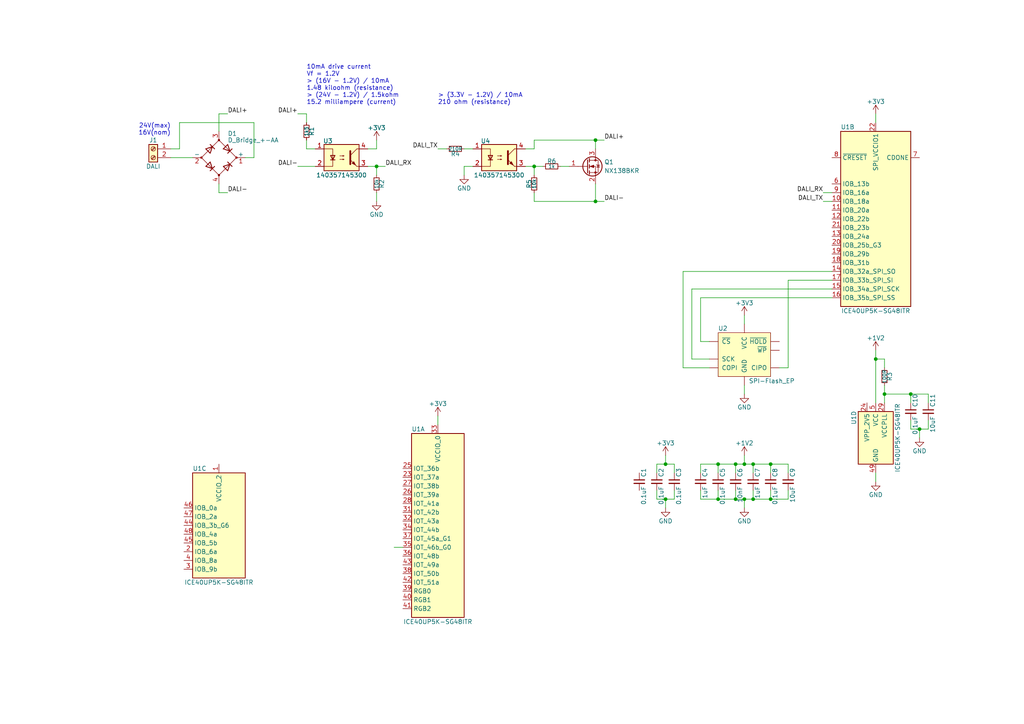
<source format=kicad_sch>
(kicad_sch (version 20210621) (generator eeschema)
  (paper "A4")
  (lib_symbols
    (symbol "Connector:Screw_Terminal_01x02" (pin_names (offset 1.016) hide)
      (property "Reference" "J" (at 0 2.54 0))
      (property "Value" "Screw_Terminal_01x02" (at 0 -5.08 0))
      (symbol "Screw_Terminal_01x02_1_1"
        (circle (center 0 -2.54) (radius 0.635) (stroke (width 0.1524)))
        (circle (center 0 0) (radius 0.635) (stroke (width 0.1524)))
        (rectangle (start -1.27 1.27) (end 1.27 -3.81) (stroke (width 0.254)) (fill (type background)))
        (polyline (pts (xy -0.5334 -2.2098) (xy 0.3302 -3.048)) (stroke (width 0.1524)))
        (polyline (pts (xy -0.5334 0.3302) (xy 0.3302 -0.508)) (stroke (width 0.1524)))
        (polyline (pts (xy -0.3556 -2.032) (xy 0.508 -2.8702)) (stroke (width 0.1524)))
        (polyline (pts (xy -0.3556 0.508) (xy 0.508 -0.3302)) (stroke (width 0.1524)))
        (pin passive line (at -5.08 0 0) (length 3.81) (name "Pin_1") (number "1"))
        (pin passive line (at -5.08 -2.54 0) (length 3.81) (name "Pin_2") (number "2"))
      )
    )
    (symbol "DX_MON:SPI-Flash_EP" (pin_numbers hide) (pin_names (offset 1.016))
      (property "Reference" "U" (at -7.62 6.35 0))
      (property "Value" "SPI-Flash_EP" (at 1.27 -8.89 0))
      (symbol "SPI-Flash_EP_0_1"
        (rectangle (start -7.62 5.08) (end 7.62 -7.62) (fill (type background)))
      )
      (symbol "SPI-Flash_EP_1_1"
        (pin input line (at -10.16 2.54 0) (length 2.54) (name "~{CS}") (number "1"))
        (pin tri_state line (at 10.16 -5.08 180) (length 2.54) (name "CIPO") (number "2"))
        (pin input line (at 10.16 0 180) (length 2.54) (name "~{WP}") (number "3"))
        (pin passive line (at 0 -10.16 90) (length 2.54) (name "GND") (number "4"))
        (pin input line (at -10.16 -5.08 0) (length 2.54) (name "COPI") (number "5"))
        (pin input line (at -10.16 -2.54 0) (length 2.54) (name "SCK") (number "6"))
        (pin input line (at 10.16 2.54 180) (length 2.54) (name "~{HOLD}") (number "7"))
        (pin power_in line (at 0 7.62 270) (length 2.54) (name "VCC") (number "8"))
        (pin input line (at 0 -10.16 90) (length 2.54) hide (name "GND") (number "9"))
      )
    )
    (symbol "Device:C_Small" (pin_numbers hide) (pin_names (offset 0.254) hide)
      (property "Reference" "C" (at 0.254 1.778 0))
      (property "Value" "C_Small" (at 0.254 -2.032 0))
      (symbol "C_Small_0_1"
        (polyline (pts (xy -1.524 -0.508) (xy 1.524 -0.508)) (stroke (width 0.3302)))
        (polyline (pts (xy -1.524 0.508) (xy 1.524 0.508)) (stroke (width 0.3048)))
      )
      (symbol "C_Small_1_1"
        (pin passive line (at 0 2.54 270) (length 2.032) (name "~") (number "1"))
        (pin passive line (at 0 -2.54 90) (length 2.032) (name "~") (number "2"))
      )
    )
    (symbol "Device:D_Bridge_+-AA" (pin_names (offset 0))
      (property "Reference" "D" (at 2.54 6.985 0))
      (property "Value" "D_Bridge_+-AA" (at 2.54 5.08 0))
      (symbol "D_Bridge_+-AA_0_1"
        (circle (center -5.08 0) (radius 0.254) (fill (type outline)))
        (circle (center 0 -5.08) (radius 0.254) (fill (type outline)))
        (circle (center 0 5.08) (radius 0.254) (fill (type outline)))
        (circle (center 5.08 0) (radius 0.254) (fill (type outline)))
        (polyline (pts (xy -2.54 3.81) (xy -1.27 2.54)) (stroke (width 0.254)))
        (polyline (pts (xy -1.27 -2.54) (xy -2.54 -3.81)) (stroke (width 0.254)))
        (polyline (pts (xy 2.54 -1.27) (xy 3.81 -2.54)) (stroke (width 0.254)))
        (polyline (pts (xy 2.54 1.27) (xy 3.81 2.54)) (stroke (width 0.254)))
        (polyline (pts (xy -3.81 2.54) (xy -2.54 1.27) (xy -1.905 3.175) (xy -3.81 2.54)) (stroke (width 0.254)))
        (polyline (pts (xy -2.54 -1.27) (xy -3.81 -2.54) (xy -1.905 -3.175) (xy -2.54 -1.27)) (stroke (width 0.254)))
        (polyline (pts (xy 1.27 2.54) (xy 2.54 3.81) (xy 3.175 1.905) (xy 1.27 2.54)) (stroke (width 0.254)))
        (polyline (pts (xy 3.175 -1.905) (xy 1.27 -2.54) (xy 2.54 -3.81) (xy 3.175 -1.905)) (stroke (width 0.254)))
        (polyline (pts (xy -5.08 0) (xy 0 -5.08) (xy 5.08 0) (xy 0 5.08) (xy -5.08 0)))
      )
      (symbol "D_Bridge_+-AA_1_1"
        (pin passive line (at 7.62 0 180) (length 2.54) (name "+") (number "1"))
        (pin passive line (at -7.62 0 0) (length 2.54) (name "-") (number "2"))
        (pin passive line (at 0 7.62 270) (length 2.54) (name "~") (number "3"))
        (pin passive line (at 0 -7.62 90) (length 2.54) (name "~") (number "4"))
      )
    )
    (symbol "Device:Q_NMOS_GSD" (pin_names (offset 0) hide)
      (property "Reference" "Q" (at 5.08 1.27 0))
      (property "Value" "Q_NMOS_GSD" (at 5.08 -1.27 0))
      (symbol "Q_NMOS_GSD_0_1"
        (circle (center 1.651 0) (radius 2.794) (stroke (width 0.254)))
        (circle (center 2.54 -1.778) (radius 0.254) (fill (type outline)))
        (circle (center 2.54 1.778) (radius 0.254) (fill (type outline)))
        (polyline (pts (xy 0.254 0) (xy -2.54 0)))
        (polyline (pts (xy 0.254 1.905) (xy 0.254 -1.905)) (stroke (width 0.254)))
        (polyline (pts (xy 0.762 -1.27) (xy 0.762 -2.286)) (stroke (width 0.254)))
        (polyline (pts (xy 0.762 0.508) (xy 0.762 -0.508)) (stroke (width 0.254)))
        (polyline (pts (xy 0.762 2.286) (xy 0.762 1.27)) (stroke (width 0.254)))
        (polyline (pts (xy 2.54 2.54) (xy 2.54 1.778)))
        (polyline (pts (xy 2.54 -2.54) (xy 2.54 0) (xy 0.762 0)))
        (polyline (pts (xy 0.762 -1.778) (xy 3.302 -1.778) (xy 3.302 1.778) (xy 0.762 1.778)))
        (polyline (pts (xy 2.794 0.508) (xy 2.921 0.381) (xy 3.683 0.381) (xy 3.81 0.254)))
        (polyline (pts (xy 3.302 0.381) (xy 2.921 -0.254) (xy 3.683 -0.254) (xy 3.302 0.381)))
        (polyline (pts (xy 1.016 0) (xy 2.032 0.381) (xy 2.032 -0.381) (xy 1.016 0)) (fill (type outline)))
      )
      (symbol "Q_NMOS_GSD_1_1"
        (pin input line (at -5.08 0 0) (length 2.54) (name "G") (number "1"))
        (pin passive line (at 2.54 -5.08 90) (length 2.54) (name "S") (number "2"))
        (pin passive line (at 2.54 5.08 270) (length 2.54) (name "D") (number "3"))
      )
    )
    (symbol "Device:R_Small" (pin_numbers hide) (pin_names (offset 0.254) hide)
      (property "Reference" "R" (at 0.762 0.508 0))
      (property "Value" "R_Small" (at 0.762 -1.016 0))
      (symbol "R_Small_0_1"
        (rectangle (start -0.762 1.778) (end 0.762 -1.778) (stroke (width 0.2032)))
      )
      (symbol "R_Small_1_1"
        (pin passive line (at 0 2.54 270) (length 0.762) (name "~") (number "1"))
        (pin passive line (at 0 -2.54 90) (length 0.762) (name "~") (number "2"))
      )
    )
    (symbol "FPGA_Lattice:ICE40UP5K-SG48ITR"
      (property "Reference" "U" (at -8.89 -29.21 0))
      (property "Value" "ICE40UP5K-SG48ITR" (at 0 -31.75 0))
      (symbol "ICE40UP5K-SG48ITR_1_1"
        (rectangle (start -7.62 25.4) (end 7.62 -27.94) (stroke (width 0.254)) (fill (type background)))
        (pin bidirectional line (at -10.16 12.7 0) (length 2.54) (name "IOT_37a") (number "23"))
        (pin bidirectional line (at -10.16 15.24 0) (length 2.54) (name "IOT_36b") (number "25"))
        (pin bidirectional line (at -10.16 7.62 0) (length 2.54) (name "IOT_39a") (number "26"))
        (pin bidirectional line (at -10.16 10.16 0) (length 2.54) (name "IOT_38b") (number "27"))
        (pin bidirectional line (at -10.16 5.08 0) (length 2.54) (name "IOT_41a") (number "28"))
        (pin bidirectional line (at -10.16 2.54 0) (length 2.54) (name "IOT_42b") (number "31"))
        (pin bidirectional line (at -10.16 0 0) (length 2.54) (name "IOT_43a") (number "32"))
        (pin power_in line (at 0 27.94 270) (length 2.54) (name "VCCIO_0") (number "33"))
        (pin bidirectional line (at -10.16 -2.54 0) (length 2.54) (name "IOT_44b") (number "34"))
        (pin bidirectional line (at -10.16 -7.62 0) (length 2.54) (name "IOT_46b_G0") (number "35"))
        (pin bidirectional line (at -10.16 -10.16 0) (length 2.54) (name "IOT_48b") (number "36"))
        (pin bidirectional line (at -10.16 -5.08 0) (length 2.54) (name "IOT_45a_G1") (number "37"))
        (pin bidirectional line (at -10.16 -15.24 0) (length 2.54) (name "IOT_50b") (number "38"))
        (pin open_collector line (at -10.16 -20.32 0) (length 2.54) (name "RGB0") (number "39"))
        (pin open_collector line (at -10.16 -22.86 0) (length 2.54) (name "RGB1") (number "40"))
        (pin open_collector line (at -10.16 -25.4 0) (length 2.54) (name "RGB2") (number "41"))
        (pin bidirectional line (at -10.16 -17.78 0) (length 2.54) (name "IOT_51a") (number "42"))
        (pin bidirectional line (at -10.16 -12.7 0) (length 2.54) (name "IOT_49a") (number "43"))
      )
      (symbol "ICE40UP5K-SG48ITR_2_1"
        (rectangle (start -10.16 25.4) (end 10.16 -25.4) (stroke (width 0.254)) (fill (type background)))
        (pin bidirectional line (at -12.7 5.08 0) (length 2.54) (name "IOB_18a") (number "10"))
        (pin bidirectional line (at -12.7 2.54 0) (length 2.54) (name "IOB_20a") (number "11"))
        (pin bidirectional line (at -12.7 0 0) (length 2.54) (name "IOB_22b") (number "12"))
        (pin bidirectional line (at -12.7 -5.08 0) (length 2.54) (name "IOB_24a") (number "13"))
        (pin bidirectional line (at -12.7 -15.24 0) (length 2.54) (name "IOB_32a_SPI_SO") (number "14"))
        (pin bidirectional line (at -12.7 -20.32 0) (length 2.54) (name "IOB_34a_SPI_SCK") (number "15"))
        (pin bidirectional line (at -12.7 -22.86 0) (length 2.54) (name "IOB_35b_SPI_SS") (number "16"))
        (pin bidirectional line (at -12.7 -17.78 0) (length 2.54) (name "IOB_33b_SPI_SI") (number "17"))
        (pin bidirectional line (at -12.7 -12.7 0) (length 2.54) (name "IOB_31b") (number "18"))
        (pin bidirectional line (at -12.7 -10.16 0) (length 2.54) (name "IOB_29b") (number "19"))
        (pin bidirectional line (at -12.7 -7.62 0) (length 2.54) (name "IOB_25b_G3") (number "20"))
        (pin bidirectional line (at -12.7 -2.54 0) (length 2.54) (name "IOB_23b") (number "21"))
        (pin power_in line (at 0 27.94 270) (length 2.54) (name "SPI_VCCIO1") (number "22"))
        (pin bidirectional line (at -12.7 10.16 0) (length 2.54) (name "IOB_13b") (number "6"))
        (pin open_collector line (at 12.7 17.78 180) (length 2.54) (name "CDONE") (number "7"))
        (pin input line (at -12.7 17.78 0) (length 2.54) (name "~{CRESET}") (number "8"))
        (pin bidirectional line (at -12.7 7.62 0) (length 2.54) (name "IOB_16a") (number "9"))
      )
      (symbol "ICE40UP5K-SG48ITR_3_1"
        (rectangle (start -7.62 15.24) (end 7.62 -15.24) (stroke (width 0.254)) (fill (type background)))
        (pin power_in line (at 0 17.78 270) (length 2.54) (name "VCCIO_2") (number "1"))
        (pin bidirectional line (at -10.16 -7.62 0) (length 2.54) (name "IOB_6a") (number "2"))
        (pin bidirectional line (at -10.16 -12.7 0) (length 2.54) (name "IOB_9b") (number "3"))
        (pin bidirectional line (at -10.16 -10.16 0) (length 2.54) (name "IOB_8a") (number "4"))
        (pin bidirectional line (at -10.16 0 0) (length 2.54) (name "IOB_3b_G6") (number "44"))
        (pin bidirectional line (at -10.16 -5.08 0) (length 2.54) (name "IOB_5b") (number "45"))
        (pin bidirectional line (at -10.16 5.08 0) (length 2.54) (name "IOB_0a") (number "46"))
        (pin bidirectional line (at -10.16 2.54 0) (length 2.54) (name "IOB_2a") (number "47"))
        (pin bidirectional line (at -10.16 -2.54 0) (length 2.54) (name "IOB_4a") (number "48"))
      )
      (symbol "ICE40UP5K-SG48ITR_4_1"
        (rectangle (start -5.08 7.62) (end 5.08 -7.62) (stroke (width 0.254)) (fill (type background)))
        (pin power_in line (at -2.54 10.16 270) (length 2.54) (name "VPP_2V5") (number "24"))
        (pin power_out line (at 2.54 10.16 270) (length 2.54) (name "VCCPLL") (number "29"))
        (pin passive line (at 0 10.16 270) (length 2.54) hide (name "VCC") (number "30"))
        (pin power_in line (at 0 -10.16 90) (length 2.54) (name "GND") (number "49"))
        (pin power_in line (at 0 10.16 270) (length 2.54) (name "VCC") (number "5"))
      )
    )
    (symbol "Isolator:LTV-356T" (pin_names (offset 1.016))
      (property "Reference" "U" (at -5.334 4.826 0))
      (property "Value" "LTV-356T" (at 0 5.08 0))
      (symbol "LTV-356T_0_1"
        (rectangle (start -5.08 3.81) (end 5.08 -3.81) (stroke (width 0.254)) (fill (type background)))
        (polyline (pts (xy -3.175 -0.635) (xy -1.905 -0.635)) (stroke (width 0.254)))
        (polyline (pts (xy 2.54 0.635) (xy 4.445 2.54)))
        (polyline (pts (xy 4.445 -2.54) (xy 5.08 -2.54)))
        (polyline (pts (xy 4.445 2.54) (xy 5.08 2.54)))
        (polyline (pts (xy -5.08 2.54) (xy -2.54 2.54) (xy -2.54 -0.762)))
        (polyline (pts (xy -2.54 -0.635) (xy -2.54 -2.54) (xy -5.08 -2.54)))
        (polyline (pts (xy 2.54 1.905) (xy 2.54 -1.905) (xy 2.54 -1.905)) (stroke (width 0.508)))
        (polyline (pts (xy -2.54 -0.635) (xy -3.175 0.635) (xy -1.905 0.635) (xy -2.54 -0.635)) (stroke (width 0.254)))
        (polyline (pts (xy -0.508 -0.508) (xy 0.762 -0.508) (xy 0.381 -0.635) (xy 0.381 -0.381) (xy 0.762 -0.508)))
        (polyline (pts (xy -0.508 0.508) (xy 0.762 0.508) (xy 0.381 0.381) (xy 0.381 0.635) (xy 0.762 0.508)))
        (polyline (pts (xy 4.445 -2.54) (xy 2.54 -0.635)) (fill (type outline)))
        (polyline (pts (xy 3.048 -1.651) (xy 3.556 -1.143) (xy 4.064 -2.159) (xy 3.048 -1.651) (xy 3.048 -1.651)) (fill (type outline)))
      )
      (symbol "LTV-356T_1_1"
        (pin passive line (at -7.62 2.54 0) (length 2.54) (name "~") (number "1"))
        (pin passive line (at -7.62 -2.54 0) (length 2.54) (name "~") (number "2"))
        (pin passive line (at 7.62 -2.54 180) (length 2.54) (name "~") (number "3"))
        (pin passive line (at 7.62 2.54 180) (length 2.54) (name "~") (number "4"))
      )
    )
    (symbol "power:+1V2" (power) (pin_names (offset 0))
      (property "Value" "+1V2" (at 0 3.556 0))
      (symbol "+1V2_0_1"
        (polyline (pts (xy -0.762 1.27) (xy 0 2.54)))
        (polyline (pts (xy 0 0) (xy 0 2.54)))
        (polyline (pts (xy 0 2.54) (xy 0.762 1.27)))
      )
      (symbol "+1V2_1_1"
        (pin power_in line (at 0 0 90) (length 0) hide (name "+1V2") (number "1"))
      )
    )
    (symbol "power:+3V3" (power) (pin_names (offset 0))
      (property "Value" "+3V3" (at 0 3.556 0))
      (symbol "+3V3_0_1"
        (polyline (pts (xy -0.762 1.27) (xy 0 2.54)))
        (polyline (pts (xy 0 0) (xy 0 2.54)))
        (polyline (pts (xy 0 2.54) (xy 0.762 1.27)))
      )
      (symbol "+3V3_1_1"
        (pin power_in line (at 0 0 90) (length 0) hide (name "+3V3") (number "1"))
      )
    )
    (symbol "power:GND" (power) (pin_names (offset 0))
      (property "Value" "GND" (at 0 -3.81 0))
      (symbol "GND_0_1"
        (polyline (pts (xy 0 0) (xy 0 -1.27) (xy 1.27 -1.27) (xy 0 -2.54) (xy -1.27 -1.27) (xy 0 -1.27)))
      )
      (symbol "GND_1_1"
        (pin power_in line (at 0 0 270) (length 0) hide (name "GND") (number "1"))
      )
    )
  )
  (junction (at 109.22 48.26))
  (junction (at 154.94 48.26))
  (junction (at 172.72 40.64))
  (junction (at 172.72 58.42))
  (junction (at 193.04 134.62))
  (junction (at 193.04 144.78))
  (junction (at 208.28 134.62))
  (junction (at 208.28 144.78))
  (junction (at 213.36 134.62))
  (junction (at 213.36 144.78))
  (junction (at 215.9 134.62))
  (junction (at 215.9 144.78))
  (junction (at 218.44 134.62))
  (junction (at 218.44 144.78))
  (junction (at 223.52 134.62))
  (junction (at 223.52 144.78))
  (junction (at 254 104.14))
  (junction (at 256.54 114.3))
  (junction (at 264.16 114.3))
  (junction (at 266.7 124.46))
  (wire (pts (xy 49.53 45.72) (xy 55.88 45.72)))
  (wire (pts (xy 52.07 35.56) (xy 52.07 43.18)))
  (wire (pts (xy 52.07 43.18) (xy 49.53 43.18)))
  (wire (pts (xy 63.5 33.02) (xy 66.04 33.02)))
  (wire (pts (xy 63.5 38.1) (xy 63.5 33.02)))
  (wire (pts (xy 63.5 53.34) (xy 63.5 55.88)))
  (wire (pts (xy 63.5 55.88) (xy 66.04 55.88)))
  (wire (pts (xy 71.12 45.72) (xy 73.66 45.72)))
  (wire (pts (xy 73.66 35.56) (xy 52.07 35.56)))
  (wire (pts (xy 73.66 45.72) (xy 73.66 35.56)))
  (wire (pts (xy 86.36 33.02) (xy 88.9 33.02)))
  (wire (pts (xy 86.36 48.26) (xy 91.44 48.26)))
  (wire (pts (xy 88.9 35.56) (xy 88.9 33.02)))
  (wire (pts (xy 88.9 40.64) (xy 88.9 43.18)))
  (wire (pts (xy 88.9 43.18) (xy 91.44 43.18)))
  (wire (pts (xy 106.68 43.18) (xy 109.22 43.18)))
  (wire (pts (xy 106.68 48.26) (xy 109.22 48.26)))
  (wire (pts (xy 109.22 40.64) (xy 109.22 43.18)))
  (wire (pts (xy 109.22 48.26) (xy 111.76 48.26)))
  (wire (pts (xy 109.22 50.8) (xy 109.22 48.26)))
  (wire (pts (xy 109.22 55.88) (xy 109.22 58.42)))
  (wire (pts (xy 114.3 158.75) (xy 116.84 158.75)))
  (wire (pts (xy 127 120.65) (xy 127 123.19)))
  (wire (pts (xy 129.54 43.18) (xy 127 43.18)))
  (wire (pts (xy 134.62 48.26) (xy 134.62 50.8)))
  (wire (pts (xy 137.16 43.18) (xy 134.62 43.18)))
  (wire (pts (xy 137.16 48.26) (xy 134.62 48.26)))
  (wire (pts (xy 152.4 48.26) (xy 154.94 48.26)))
  (wire (pts (xy 154.94 40.64) (xy 154.94 43.18)))
  (wire (pts (xy 154.94 40.64) (xy 172.72 40.64)))
  (wire (pts (xy 154.94 43.18) (xy 152.4 43.18)))
  (wire (pts (xy 154.94 50.8) (xy 154.94 48.26)))
  (wire (pts (xy 154.94 55.88) (xy 154.94 58.42)))
  (wire (pts (xy 154.94 58.42) (xy 172.72 58.42)))
  (wire (pts (xy 157.48 48.26) (xy 154.94 48.26)))
  (wire (pts (xy 162.56 48.26) (xy 165.1 48.26)))
  (wire (pts (xy 172.72 40.64) (xy 175.26 40.64)))
  (wire (pts (xy 172.72 43.18) (xy 172.72 40.64)))
  (wire (pts (xy 172.72 53.34) (xy 172.72 58.42)))
  (wire (pts (xy 172.72 58.42) (xy 175.26 58.42)))
  (wire (pts (xy 190.5 134.62) (xy 193.04 134.62)))
  (wire (pts (xy 190.5 137.16) (xy 190.5 134.62)))
  (wire (pts (xy 190.5 144.78) (xy 190.5 142.24)))
  (wire (pts (xy 190.5 144.78) (xy 193.04 144.78)))
  (wire (pts (xy 193.04 132.08) (xy 193.04 134.62)))
  (wire (pts (xy 193.04 134.62) (xy 195.58 134.62)))
  (wire (pts (xy 193.04 147.32) (xy 193.04 144.78)))
  (wire (pts (xy 195.58 134.62) (xy 195.58 137.16)))
  (wire (pts (xy 195.58 142.24) (xy 195.58 144.78)))
  (wire (pts (xy 195.58 144.78) (xy 193.04 144.78)))
  (wire (pts (xy 198.12 78.74) (xy 198.12 106.68)))
  (wire (pts (xy 198.12 78.74) (xy 241.3 78.74)))
  (wire (pts (xy 200.66 83.82) (xy 200.66 104.14)))
  (wire (pts (xy 200.66 83.82) (xy 241.3 83.82)))
  (wire (pts (xy 200.66 104.14) (xy 205.74 104.14)))
  (wire (pts (xy 203.2 86.36) (xy 241.3 86.36)))
  (wire (pts (xy 203.2 99.06) (xy 203.2 86.36)))
  (wire (pts (xy 203.2 134.62) (xy 208.28 134.62)))
  (wire (pts (xy 203.2 137.16) (xy 203.2 134.62)))
  (wire (pts (xy 203.2 142.24) (xy 203.2 144.78)))
  (wire (pts (xy 203.2 144.78) (xy 208.28 144.78)))
  (wire (pts (xy 205.74 99.06) (xy 203.2 99.06)))
  (wire (pts (xy 205.74 106.68) (xy 198.12 106.68)))
  (wire (pts (xy 208.28 134.62) (xy 213.36 134.62)))
  (wire (pts (xy 208.28 137.16) (xy 208.28 134.62)))
  (wire (pts (xy 208.28 142.24) (xy 208.28 144.78)))
  (wire (pts (xy 208.28 144.78) (xy 213.36 144.78)))
  (wire (pts (xy 213.36 134.62) (xy 215.9 134.62)))
  (wire (pts (xy 213.36 137.16) (xy 213.36 134.62)))
  (wire (pts (xy 213.36 142.24) (xy 213.36 144.78)))
  (wire (pts (xy 213.36 144.78) (xy 215.9 144.78)))
  (wire (pts (xy 215.9 91.44) (xy 215.9 93.98)))
  (wire (pts (xy 215.9 114.3) (xy 215.9 111.76)))
  (wire (pts (xy 215.9 132.08) (xy 215.9 134.62)))
  (wire (pts (xy 215.9 134.62) (xy 218.44 134.62)))
  (wire (pts (xy 215.9 144.78) (xy 218.44 144.78)))
  (wire (pts (xy 215.9 147.32) (xy 215.9 144.78)))
  (wire (pts (xy 218.44 134.62) (xy 223.52 134.62)))
  (wire (pts (xy 218.44 137.16) (xy 218.44 134.62)))
  (wire (pts (xy 218.44 142.24) (xy 218.44 144.78)))
  (wire (pts (xy 218.44 144.78) (xy 223.52 144.78)))
  (wire (pts (xy 223.52 134.62) (xy 228.6 134.62)))
  (wire (pts (xy 223.52 137.16) (xy 223.52 134.62)))
  (wire (pts (xy 223.52 142.24) (xy 223.52 144.78)))
  (wire (pts (xy 223.52 144.78) (xy 228.6 144.78)))
  (wire (pts (xy 226.06 106.68) (xy 228.6 106.68)))
  (wire (pts (xy 228.6 81.28) (xy 241.3 81.28)))
  (wire (pts (xy 228.6 106.68) (xy 228.6 81.28)))
  (wire (pts (xy 228.6 134.62) (xy 228.6 137.16)))
  (wire (pts (xy 228.6 144.78) (xy 228.6 142.24)))
  (wire (pts (xy 238.76 55.88) (xy 241.3 55.88)))
  (wire (pts (xy 238.76 58.42) (xy 241.3 58.42)))
  (wire (pts (xy 254 33.02) (xy 254 35.56)))
  (wire (pts (xy 254 101.6) (xy 254 104.14)))
  (wire (pts (xy 254 104.14) (xy 254 116.84)))
  (wire (pts (xy 254 137.16) (xy 254 139.7)))
  (wire (pts (xy 256.54 104.14) (xy 254 104.14)))
  (wire (pts (xy 256.54 106.68) (xy 256.54 104.14)))
  (wire (pts (xy 256.54 111.76) (xy 256.54 114.3)))
  (wire (pts (xy 256.54 114.3) (xy 256.54 116.84)))
  (wire (pts (xy 256.54 114.3) (xy 264.16 114.3)))
  (wire (pts (xy 264.16 114.3) (xy 269.24 114.3)))
  (wire (pts (xy 264.16 116.84) (xy 264.16 114.3)))
  (wire (pts (xy 264.16 121.92) (xy 264.16 124.46)))
  (wire (pts (xy 264.16 124.46) (xy 266.7 124.46)))
  (wire (pts (xy 266.7 124.46) (xy 266.7 127)))
  (wire (pts (xy 269.24 114.3) (xy 269.24 116.84)))
  (wire (pts (xy 269.24 121.92) (xy 269.24 124.46)))
  (wire (pts (xy 269.24 124.46) (xy 266.7 124.46)))
  (text "24V(max)\n16V(nom)" (at 49.53 39.37 180) (effects (font (size 1.27 1.27)) (justify right bottom)))
  (text "10mA drive current\nVf = 1.2V\n> (16V - 1.2V) / 10mA\n1.48 kiloohm (resistance)\n> (24V - 1.2V) / 1.5kohm\n15.2 milliampere (current)" (at 88.9 30.48 0) (effects (font (size 1.27 1.27)) (justify left bottom)))
  (text "> (3.3V - 1.2V) / 10mA\n210 ohm (resistance)\n" (at 127 30.48 0) (effects (font (size 1.27 1.27)) (justify left bottom)))
  (label "DALI+" (at 66.04 33.02 0))
  (label "DALI-" (at 66.04 55.88 0))
  (label "DALI+" (at 86.36 33.02 180))
  (label "DALI-" (at 86.36 48.26 180))
  (label "DALI_RX" (at 111.76 48.26 0))
  (label "DALI_TX" (at 127 43.18 180))
  (label "DALI+" (at 175.26 40.64 0))
  (label "DALI-" (at 175.26 58.42 0))
  (label "DALI_RX" (at 238.76 55.88 180))
  (label "DALI_TX" (at 238.76 58.42 180))
  (symbol (lib_id "power:+3V3") (at 109.22 40.64 0) (unit 1)
    (property "Reference" "#PWR0102" (effects hide))
    (property "Value" "+3V3" (at 109.22 37.084 0))
  )
  (symbol (lib_id "power:+3V3") (at 127 120.65 0) (unit 1)
    (property "Reference" "#PWR01" (effects hide))
    (property "Value" "+3V3" (at 127 117.094 0))
  )
  (symbol (lib_id "power:+3V3") (at 193.04 132.08 0) (unit 1)
    (property "Reference" "#PWR09" (effects hide))
    (property "Value" "+3V3" (at 193.04 128.524 0))
  )
  (symbol (lib_id "power:+3V3") (at 215.9 91.44 0) (unit 1)
    (property "Reference" "#PWR02" (effects hide))
    (property "Value" "+3V3" (at 215.9 87.884 0))
  )
  (symbol (lib_id "power:+1V2") (at 215.9 132.08 0) (unit 1)
    (property "Reference" "#PWR011" (effects hide))
    (property "Value" "+1V2" (at 215.9 128.524 0))
  )
  (symbol (lib_id "power:+3V3") (at 254 33.02 0) (unit 1)
    (property "Reference" "#PWR04" (effects hide))
    (property "Value" "+3V3" (at 254 29.464 0))
  )
  (symbol (lib_id "power:+1V2") (at 254 101.6 0) (unit 1)
    (property "Reference" "#PWR05" (effects hide))
    (property "Value" "+1V2" (at 254 98.044 0))
  )
  (symbol (lib_id "power:GND") (at 109.22 58.42 0) (unit 1)
    (property "Reference" "#PWR0101" (effects hide))
    (property "Value" "GND" (at 109.22 62.23 0))
  )
  (symbol (lib_id "power:GND") (at 134.62 50.8 0) (mirror y) (unit 1)
    (property "Reference" "#PWR07" (effects hide))
    (property "Value" "GND" (at 134.62 54.61 0))
  )
  (symbol (lib_id "power:GND") (at 193.04 147.32 0) (unit 1)
    (property "Reference" "#PWR010" (effects hide))
    (property "Value" "GND" (at 193.04 151.13 0))
  )
  (symbol (lib_id "power:GND") (at 215.9 114.3 0) (unit 1)
    (property "Reference" "#PWR03" (effects hide))
    (property "Value" "GND" (at 215.9 118.11 0))
  )
  (symbol (lib_id "power:GND") (at 215.9 147.32 0) (unit 1)
    (property "Reference" "#PWR012" (effects hide))
    (property "Value" "GND" (at 215.9 151.13 0))
  )
  (symbol (lib_id "power:GND") (at 254 139.7 0) (unit 1)
    (property "Reference" "#PWR06" (effects hide))
    (property "Value" "GND" (at 254 143.51 0))
  )
  (symbol (lib_id "power:GND") (at 266.7 127 0) (unit 1)
    (property "Reference" "#PWR013" (effects hide))
    (property "Value" "GND" (at 266.7 130.81 0))
  )
  (symbol (lib_id "Device:R_Small") (at 88.9 38.1 0) (unit 1)
    (property "Reference" "R1" (at 89.662 38.1 90) (effects (justify top)))
    (property "Value" "1k5" (at 88.9 38.1 90) (effects (font (size 1.016 1.016))))
    (property "Footprint" "rhais_rcl:R0603" (effects hide))
  )
  (symbol (lib_id "Device:R_Small") (at 109.22 53.34 0) (unit 1)
    (property "Reference" "R2" (at 109.982 53.34 90) (effects (justify top)))
    (property "Value" "10k" (at 109.22 53.34 90) (effects (font (size 1.016 1.016))))
    (property "Footprint" "rhais_rcl:R0603" (effects hide))
  )
  (symbol (lib_id "Device:R_Small") (at 132.08 43.18 90) (mirror x) (unit 1)
    (property "Reference" "R4" (at 132.08 43.942 90) (effects (justify top)))
    (property "Value" "210R" (at 132.08 43.18 90) (effects (font (size 1.016 1.016))))
    (property "Footprint" "rhais_rcl:R0603" (effects hide))
  )
  (symbol (lib_id "Device:R_Small") (at 154.94 53.34 180) (unit 1)
    (property "Reference" "R5" (at 154.178 53.34 90) (effects (justify top)))
    (property "Value" "10k" (at 154.94 53.34 90) (effects (font (size 1.016 1.016))))
    (property "Footprint" "rhais_rcl:R0603" (effects hide))
  )
  (symbol (lib_id "Device:R_Small") (at 160.02 48.26 90) (unit 1)
    (property "Reference" "R6" (at 160.02 47.498 90) (effects (justify top)))
    (property "Value" "1k" (at 160.02 48.26 90) (effects (font (size 1.016 1.016))))
    (property "Footprint" "rhais_rcl:R0603" (effects hide))
  )
  (symbol (lib_id "Device:R_Small") (at 256.54 109.22 0) (unit 1)
    (property "Reference" "R3" (at 257.302 109.22 90) (effects (justify top)))
    (property "Value" "100R" (at 256.54 109.22 90) (effects (font (size 1.016 1.016))))
    (property "Footprint" "rhais_rcl:R0603" (effects hide))
  )
  (symbol (lib_id "Device:C_Small") (at 185.42 139.7 0) (unit 1)
    (property "Reference" "C1" (at 186.69 138.43 90) (effects (justify left)))
    (property "Value" "0.1uF" (at 186.69 140.97 90) (effects (justify right)))
    (property "Footprint" "rhais_rcl:C0603" (effects hide))
  )
  (symbol (lib_id "Device:C_Small") (at 190.5 139.7 0) (unit 1)
    (property "Reference" "C2" (at 191.77 138.43 90) (effects (justify left)))
    (property "Value" "0.1uF" (at 191.77 140.97 90) (effects (justify right)))
    (property "Footprint" "rhais_rcl:C0603" (effects hide))
  )
  (symbol (lib_id "Device:C_Small") (at 195.58 139.7 0) (unit 1)
    (property "Reference" "C3" (at 196.85 138.43 90) (effects (justify left)))
    (property "Value" "0.1uF" (at 196.85 140.97 90) (effects (justify right)))
    (property "Footprint" "rhais_rcl:C0603" (effects hide))
  )
  (symbol (lib_id "Device:C_Small") (at 203.2 139.7 0) (unit 1)
    (property "Reference" "C4" (at 204.47 138.43 90) (effects (justify left)))
    (property "Value" "1uF" (at 204.47 140.97 90) (effects (justify right)))
    (property "Footprint" "rhais_rcl:C0603" (effects hide))
  )
  (symbol (lib_id "Device:C_Small") (at 208.28 139.7 0) (unit 1)
    (property "Reference" "C5" (at 209.55 138.43 90) (effects (justify left)))
    (property "Value" "0.1uF" (at 209.55 140.97 90) (effects (justify right)))
    (property "Footprint" "rhais_rcl:C0603" (effects hide))
  )
  (symbol (lib_id "Device:C_Small") (at 213.36 139.7 0) (unit 1)
    (property "Reference" "C6" (at 214.63 138.43 90) (effects (justify left)))
    (property "Value" "10nF" (at 214.63 140.97 90) (effects (justify right)))
    (property "Footprint" "rhais_rcl:C0603" (effects hide))
  )
  (symbol (lib_id "Device:C_Small") (at 218.44 139.7 0) (unit 1)
    (property "Reference" "C7" (at 219.71 138.43 90) (effects (justify left)))
    (property "Value" "1uF" (at 219.71 140.97 90) (effects (justify right)))
    (property "Footprint" "rhais_rcl:C0603" (effects hide))
  )
  (symbol (lib_id "Device:C_Small") (at 223.52 139.7 0) (unit 1)
    (property "Reference" "C8" (at 224.79 138.43 90) (effects (justify left)))
    (property "Value" "0.1uF" (at 224.79 140.97 90) (effects (justify right)))
    (property "Footprint" "rhais_rcl:C0603" (effects hide))
  )
  (symbol (lib_id "Device:C_Small") (at 228.6 139.7 0) (unit 1)
    (property "Reference" "C9" (at 229.87 138.43 90) (effects (justify left)))
    (property "Value" "10uF" (at 229.87 140.97 90) (effects (justify right)))
    (property "Footprint" "rhais_rcl:C0603" (effects hide))
  )
  (symbol (lib_id "Device:C_Small") (at 264.16 119.38 0) (unit 1)
    (property "Reference" "C10" (at 265.43 118.11 90) (effects (justify left)))
    (property "Value" "0.1uF" (at 265.43 120.65 90) (effects (justify right)))
    (property "Footprint" "rhais_rcl:C0603" (effects hide))
  )
  (symbol (lib_id "Device:C_Small") (at 269.24 119.38 0) (unit 1)
    (property "Reference" "C11" (at 270.51 118.11 90) (effects (justify left)))
    (property "Value" "10uF" (at 270.51 120.65 90) (effects (justify right)))
    (property "Footprint" "rhais_rcl:C0603" (effects hide))
  )
  (symbol (lib_id "Connector:Screw_Terminal_01x02") (at 44.45 43.18 0) (mirror y) (unit 1)
    (property "Reference" "J1" (at 44.45 40.64 0))
    (property "Value" "DALI" (at 44.45 48.26 0))
    (property "Footprint" "Connector_Phoenix_MSTB:PhoenixContact_MSTBA_2,5_2-G-5,08_1x02_P5.08mm_Horizontal" (effects hide))
  )
  (symbol (lib_id "Device:Q_NMOS_GSD") (at 170.18 48.26 0) (unit 1)
    (property "Reference" "Q1" (at 175.26 46.99 0) (effects (justify left)))
    (property "Value" "NX138BKR" (at 175.26 49.53 0) (effects (justify left)))
    (property "Footprint" "rhais_package-smd:SOT-23" (effects hide))
    (property "Datasheet" "https://assets.nexperia.com/documents/data-sheet/NX138BK.pdf" (effects hide))
    (property "MFR" "Nexperia" (effects hide))
    (property "MPN" "NX138BKR" (effects hide))
    (property "OC_FARNELL" "2545266" (effects hide))
    (property "URL_FARNELL" "https://uk.farnell.com/nexperia/nx138bkr/mosfet-n-ch-60v-0-265a-sot-23/dp/2545266" (effects hide))
  )
  (symbol (lib_id "Isolator:LTV-356T") (at 99.06 45.72 0) (unit 1)
    (property "Reference" "U3" (at 93.726 40.894 0) (effects (justify left)))
    (property "Value" "140357145300" (at 99.06 50.8 0))
    (property "Footprint" "rhais_package-smd:SO-4_4.4x3.6mm_P2.54mm" (effects hide))
    (property "Datasheet" "https://www.we-online.com/catalog/datasheet/140357145300.pdf" (effects hide))
    (property "MFR" "Wurth Elektronik" (effects hide))
    (property "MPN" "140357145300" (effects hide))
    (property "OC_FARNELL" "3619707" (effects hide))
    (property "URL_FARNELL" "https://uk.farnell.com/wurth-elektronik/140357145300/optocoupler-transistor-35v-sop/dp/3619707" (effects hide))
  )
  (symbol (lib_id "Isolator:LTV-356T") (at 144.78 45.72 0) (unit 1)
    (property "Reference" "U4" (at 139.446 40.894 0) (effects (justify left)))
    (property "Value" "140357145300" (at 144.78 50.8 0))
    (property "Footprint" "rhais_package-smd:SO-4_4.4x3.6mm_P2.54mm" (effects hide))
    (property "Datasheet" "https://www.we-online.com/catalog/datasheet/140357145300.pdf" (effects hide))
    (property "MFR" "Wurth Elektronik" (effects hide))
    (property "MPN" "140357145300" (effects hide))
    (property "OC_FARNELL" "3619707" (effects hide))
    (property "URL_FARNELL" "https://uk.farnell.com/wurth-elektronik/140357145300/optocoupler-transistor-35v-sop/dp/3619707" (effects hide))
  )
  (symbol (lib_id "FPGA_Lattice:ICE40UP5K-SG48ITR") (at 254 127 0) (unit 4)
    (property "Reference" "U1" (at 247.65 123.19 90) (effects (justify left)))
    (property "Value" "ICE40UP5K-SG48ITR" (at 260.35 127 90))
    (property "Footprint" "Package_DFN_QFN:QFN-48-1EP_7x7mm_P0.5mm_EP5.6x5.6mm" (effects hide))
    (property "Datasheet" "http://www.latticesemi.com/Products/FPGAandCPLD/iCE40Ultra" (effects hide))
  )
  (symbol (lib_id "Device:D_Bridge_+-AA") (at 63.5 45.72 0) (unit 1)
    (property "Reference" "D1" (at 66.04 38.735 0) (effects (justify left)))
    (property "Value" "D_Bridge_+-AA" (at 66.04 40.64 0) (effects (justify left)))
    (property "Footprint" "rhais_diode:Bridge_Bridge_DBL" (effects hide))
    (property "Datasheet" "https://www.taiwansemi.com/assets/uploads/datasheet/DBLS101G%20SERIES_P2103.pdf" (effects hide))
    (property "MFR" "Taiwan Semi" (effects hide))
    (property "MPN" "DBLS101G" (effects hide))
    (property "OC_FARNELL" "2677224" (effects hide))
    (property "URL_FARNELL" "https://uk.farnell.com/taiwan-semiconductor/dbls101g/diode-bridge-rect-1-ph-50v-1a/dp/2677224" (effects hide))
  )
  (symbol (lib_id "DX_MON:SPI-Flash_EP") (at 215.9 101.6 0) (unit 1)
    (property "Reference" "U2" (at 208.28 95.25 0) (effects (justify left)))
    (property "Value" "SPI-Flash_EP" (at 217.17 110.49 0) (effects (justify left)))
    (property "Footprint" "rhais_package-qfn:UDFN-8-1EP_6x5mm_P1.27mm_EP3.4x4mm" (effects hide))
  )
  (symbol (lib_id "FPGA_Lattice:ICE40UP5K-SG48ITR") (at 63.5 152.4 0) (unit 3)
    (property "Reference" "U1" (at 55.88 135.89 0) (effects (justify left)))
    (property "Value" "ICE40UP5K-SG48ITR" (at 63.5 168.91 0))
    (property "Footprint" "Package_DFN_QFN:QFN-48-1EP_7x7mm_P0.5mm_EP5.6x5.6mm" (effects hide))
    (property "Datasheet" "http://www.latticesemi.com/Products/FPGAandCPLD/iCE40Ultra" (effects hide))
  )
  (symbol (lib_id "FPGA_Lattice:ICE40UP5K-SG48ITR") (at 127 151.13 0) (unit 1)
    (property "Reference" "U1" (at 119.38 124.46 0) (effects (justify left)))
    (property "Value" "ICE40UP5K-SG48ITR" (at 127 180.34 0))
    (property "Footprint" "rhais_package-qfn:QFN-48-1EP_7x7mm_P0.5mm_EP5.6x5.6mm" (effects hide))
    (property "Datasheet" "http://www.latticesemi.com/Products/FPGAandCPLD/iCE40Ultra" (effects hide))
  )
  (symbol (lib_id "FPGA_Lattice:ICE40UP5K-SG48ITR") (at 254 63.5 0) (unit 2)
    (property "Reference" "U1" (at 243.84 36.83 0) (effects (justify left)))
    (property "Value" "ICE40UP5K-SG48ITR" (at 254 90.17 0))
    (property "Footprint" "Package_DFN_QFN:QFN-48-1EP_7x7mm_P0.5mm_EP5.6x5.6mm" (effects hide))
    (property "Datasheet" "http://www.latticesemi.com/Products/FPGAandCPLD/iCE40Ultra" (effects hide))
  )
)
</source>
